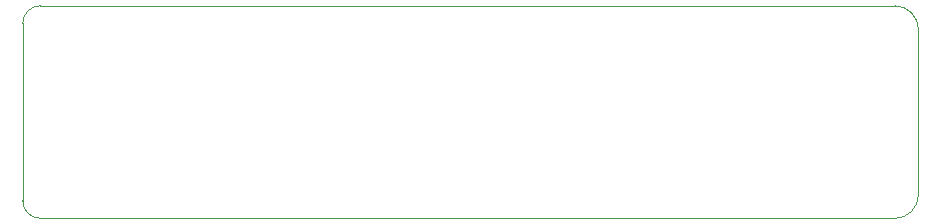
<source format=gm1>
G04 #@! TF.GenerationSoftware,KiCad,Pcbnew,8.0.8*
G04 #@! TF.CreationDate,2025-10-01T21:52:52+01:00*
G04 #@! TF.ProjectId,3S_coinHolder_LIR1654.kicad_pro,33535f63-6f69-46e4-986f-6c6465725f4c,rev?*
G04 #@! TF.SameCoordinates,Original*
G04 #@! TF.FileFunction,Profile,NP*
%FSLAX46Y46*%
G04 Gerber Fmt 4.6, Leading zero omitted, Abs format (unit mm)*
G04 Created by KiCad (PCBNEW 8.0.8) date 2025-10-01 21:52:52*
%MOMM*%
%LPD*%
G01*
G04 APERTURE LIST*
G04 #@! TA.AperFunction,Profile*
%ADD10C,0.050000*%
G04 #@! TD*
G04 APERTURE END LIST*
D10*
X112914214Y-108750000D02*
G75*
G02*
X111414200Y-107250000I-14J1500000D01*
G01*
X187250000Y-92750000D02*
X187250000Y-106750000D01*
X185250000Y-90750000D02*
G75*
G02*
X187250000Y-92750000I0J-2000000D01*
G01*
X187250000Y-106750000D02*
G75*
G02*
X185250000Y-108750000I-2000000J0D01*
G01*
X111414214Y-92250000D02*
X111414214Y-107250000D01*
X185250000Y-108750000D02*
X112914214Y-108750000D01*
X185250000Y-90750000D02*
X112914214Y-90750000D01*
X111414214Y-92250000D02*
G75*
G02*
X112914214Y-90750014I1499986J0D01*
G01*
M02*

</source>
